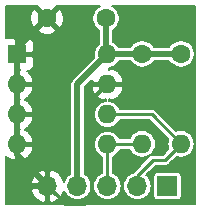
<source format=gbr>
G04 #@! TF.GenerationSoftware,KiCad,Pcbnew,(5.1.4)-1*
G04 #@! TF.CreationDate,2019-10-03T12:30:05-04:00*
G04 #@! TF.ProjectId,I2C_Breakout,4932435f-4272-4656-916b-6f75742e6b69,rev?*
G04 #@! TF.SameCoordinates,Original*
G04 #@! TF.FileFunction,Copper,L2,Bot*
G04 #@! TF.FilePolarity,Positive*
%FSLAX46Y46*%
G04 Gerber Fmt 4.6, Leading zero omitted, Abs format (unit mm)*
G04 Created by KiCad (PCBNEW (5.1.4)-1) date 2019-10-03 12:30:05*
%MOMM*%
%LPD*%
G04 APERTURE LIST*
%ADD10C,1.600000*%
%ADD11O,1.600000X1.600000*%
%ADD12R,1.600000X1.600000*%
%ADD13O,1.700000X1.700000*%
%ADD14R,1.700000X1.700000*%
%ADD15C,0.350000*%
%ADD16C,0.500000*%
%ADD17C,0.250000*%
%ADD18C,0.204000*%
G04 APERTURE END LIST*
D10*
X154100000Y-81900000D03*
X159100000Y-81900000D03*
D11*
X159220000Y-84950000D03*
X151600000Y-92570000D03*
X159220000Y-87490000D03*
X151600000Y-90030000D03*
X159220000Y-90030000D03*
X151600000Y-87490000D03*
X159220000Y-92570000D03*
D12*
X151600000Y-84950000D03*
D11*
X165450000Y-92520000D03*
D10*
X165450000Y-84900000D03*
D11*
X162150000Y-92520000D03*
D10*
X162150000Y-84900000D03*
D13*
X154140000Y-96100000D03*
X156680000Y-96100000D03*
X159220000Y-96100000D03*
X161760000Y-96100000D03*
D14*
X164300000Y-96100000D03*
D15*
X154989999Y-96949999D02*
X154140000Y-96100000D01*
X159220000Y-87490000D02*
X159210000Y-87490000D01*
X157905001Y-88794999D02*
X157905001Y-96994999D01*
X159210000Y-87490000D02*
X157905001Y-88794999D01*
X157905001Y-96994999D02*
X157300000Y-97600000D01*
X157300000Y-97600000D02*
X155640000Y-97600000D01*
X155640000Y-97600000D02*
X154989999Y-96949999D01*
D16*
X151600000Y-84950000D02*
X151600000Y-92570000D01*
X151600000Y-93500000D02*
X151600000Y-92570000D01*
X154140000Y-96100000D02*
X154140000Y-96040000D01*
X154140000Y-96040000D02*
X151600000Y-93500000D01*
X151600000Y-84400000D02*
X151600000Y-84950000D01*
X154100000Y-81900000D02*
X151600000Y-84400000D01*
D15*
X159220000Y-82020000D02*
X159100000Y-81900000D01*
X162100000Y-84950000D02*
X162150000Y-84900000D01*
D16*
X159100000Y-84830000D02*
X159220000Y-84950000D01*
X159100000Y-81900000D02*
X159100000Y-84830000D01*
X159270000Y-84900000D02*
X159220000Y-84950000D01*
X165450000Y-84900000D02*
X159270000Y-84900000D01*
X156680000Y-87490000D02*
X156680000Y-96100000D01*
X159220000Y-84950000D02*
X156680000Y-87490000D01*
D17*
X159270000Y-92520000D02*
X159220000Y-92570000D01*
X162150000Y-92520000D02*
X159270000Y-92520000D01*
X159220000Y-92570000D02*
X159220000Y-96100000D01*
X162960000Y-90030000D02*
X165450000Y-92520000D01*
X159220000Y-90030000D02*
X162960000Y-90030000D01*
X161760000Y-95240000D02*
X161760000Y-96100000D01*
X163100000Y-93900000D02*
X161760000Y-95240000D01*
X164100000Y-93900000D02*
X163100000Y-93900000D01*
X165450000Y-92520000D02*
X165450000Y-92550000D01*
X165450000Y-92550000D02*
X164100000Y-93900000D01*
D18*
G36*
X153319954Y-80904993D02*
G01*
X154100000Y-81685040D01*
X154880046Y-80904993D01*
X154871324Y-80877800D01*
X158555397Y-80877800D01*
X158553944Y-80878402D01*
X158365133Y-81004562D01*
X158204562Y-81165133D01*
X158078402Y-81353944D01*
X157991501Y-81563741D01*
X157947200Y-81786459D01*
X157947200Y-82013541D01*
X157991501Y-82236259D01*
X158078402Y-82446056D01*
X158204562Y-82634867D01*
X158365133Y-82795438D01*
X158497200Y-82883683D01*
X158497201Y-84051875D01*
X158400904Y-84130904D01*
X158256845Y-84306440D01*
X158149799Y-84506708D01*
X158083881Y-84724012D01*
X158061623Y-84950000D01*
X158083881Y-85175988D01*
X158097297Y-85220215D01*
X156274697Y-87042816D01*
X156251694Y-87061694D01*
X156176366Y-87153483D01*
X156124006Y-87251440D01*
X156120392Y-87258202D01*
X156085923Y-87371832D01*
X156074284Y-87490000D01*
X156077200Y-87519606D01*
X156077201Y-95058363D01*
X156008527Y-95095070D01*
X155825377Y-95245377D01*
X155675070Y-95428527D01*
X155563382Y-95637482D01*
X155543283Y-95703738D01*
X155449712Y-95454808D01*
X155298676Y-95211693D01*
X155103112Y-95002715D01*
X154870536Y-94835905D01*
X154609886Y-94717674D01*
X154517282Y-94689589D01*
X154292000Y-94801365D01*
X154292000Y-95948000D01*
X154312000Y-95948000D01*
X154312000Y-96252000D01*
X154292000Y-96252000D01*
X154292000Y-97398635D01*
X154517282Y-97510411D01*
X154609886Y-97482326D01*
X154870536Y-97364095D01*
X155103112Y-97197285D01*
X155298676Y-96988307D01*
X155449712Y-96745192D01*
X155543283Y-96496262D01*
X155563382Y-96562518D01*
X155675070Y-96771473D01*
X155825377Y-96954623D01*
X156008527Y-97104930D01*
X156217482Y-97216618D01*
X156444210Y-97285396D01*
X156620918Y-97302800D01*
X156739082Y-97302800D01*
X156915790Y-97285396D01*
X157142518Y-97216618D01*
X157351473Y-97104930D01*
X157534623Y-96954623D01*
X157684930Y-96771473D01*
X157796618Y-96562518D01*
X157865396Y-96335790D01*
X157888619Y-96100000D01*
X158011381Y-96100000D01*
X158034604Y-96335790D01*
X158103382Y-96562518D01*
X158215070Y-96771473D01*
X158365377Y-96954623D01*
X158548527Y-97104930D01*
X158757482Y-97216618D01*
X158984210Y-97285396D01*
X159160918Y-97302800D01*
X159279082Y-97302800D01*
X159455790Y-97285396D01*
X159682518Y-97216618D01*
X159891473Y-97104930D01*
X160074623Y-96954623D01*
X160224930Y-96771473D01*
X160336618Y-96562518D01*
X160405396Y-96335790D01*
X160428619Y-96100000D01*
X160405396Y-95864210D01*
X160336618Y-95637482D01*
X160224930Y-95428527D01*
X160074623Y-95245377D01*
X159891473Y-95095070D01*
X159697800Y-94991550D01*
X159697800Y-93621756D01*
X159863560Y-93533155D01*
X160039096Y-93389096D01*
X160183155Y-93213560D01*
X160290201Y-93013292D01*
X160294900Y-92997800D01*
X161098244Y-92997800D01*
X161186845Y-93163560D01*
X161330904Y-93339096D01*
X161506440Y-93483155D01*
X161706708Y-93590201D01*
X161924012Y-93656119D01*
X162093376Y-93672800D01*
X162206624Y-93672800D01*
X162375988Y-93656119D01*
X162593292Y-93590201D01*
X162793560Y-93483155D01*
X162969096Y-93339096D01*
X163113155Y-93163560D01*
X163220201Y-92963292D01*
X163286119Y-92745988D01*
X163308377Y-92520000D01*
X163286119Y-92294012D01*
X163220201Y-92076708D01*
X163113155Y-91876440D01*
X162969096Y-91700904D01*
X162793560Y-91556845D01*
X162593292Y-91449799D01*
X162375988Y-91383881D01*
X162206624Y-91367200D01*
X162093376Y-91367200D01*
X161924012Y-91383881D01*
X161706708Y-91449799D01*
X161506440Y-91556845D01*
X161330904Y-91700904D01*
X161186845Y-91876440D01*
X161098244Y-92042200D01*
X160245030Y-92042200D01*
X160183155Y-91926440D01*
X160039096Y-91750904D01*
X159863560Y-91606845D01*
X159663292Y-91499799D01*
X159445988Y-91433881D01*
X159276624Y-91417200D01*
X159163376Y-91417200D01*
X158994012Y-91433881D01*
X158776708Y-91499799D01*
X158576440Y-91606845D01*
X158400904Y-91750904D01*
X158256845Y-91926440D01*
X158149799Y-92126708D01*
X158083881Y-92344012D01*
X158061623Y-92570000D01*
X158083881Y-92795988D01*
X158149799Y-93013292D01*
X158256845Y-93213560D01*
X158400904Y-93389096D01*
X158576440Y-93533155D01*
X158742200Y-93621756D01*
X158742201Y-94991550D01*
X158548527Y-95095070D01*
X158365377Y-95245377D01*
X158215070Y-95428527D01*
X158103382Y-95637482D01*
X158034604Y-95864210D01*
X158011381Y-96100000D01*
X157888619Y-96100000D01*
X157865396Y-95864210D01*
X157796618Y-95637482D01*
X157684930Y-95428527D01*
X157534623Y-95245377D01*
X157351473Y-95095070D01*
X157282800Y-95058364D01*
X157282800Y-87859416D01*
X157859253Y-87859416D01*
X157883339Y-87938836D01*
X157996586Y-88190981D01*
X158156848Y-88416188D01*
X158357966Y-88605802D01*
X158592212Y-88752537D01*
X158850583Y-88850753D01*
X159067998Y-88739290D01*
X159067998Y-88886594D01*
X158994012Y-88893881D01*
X158776708Y-88959799D01*
X158576440Y-89066845D01*
X158400904Y-89210904D01*
X158256845Y-89386440D01*
X158149799Y-89586708D01*
X158083881Y-89804012D01*
X158061623Y-90030000D01*
X158083881Y-90255988D01*
X158149799Y-90473292D01*
X158256845Y-90673560D01*
X158400904Y-90849096D01*
X158576440Y-90993155D01*
X158776708Y-91100201D01*
X158994012Y-91166119D01*
X159163376Y-91182800D01*
X159276624Y-91182800D01*
X159445988Y-91166119D01*
X159663292Y-91100201D01*
X159863560Y-90993155D01*
X160039096Y-90849096D01*
X160183155Y-90673560D01*
X160271756Y-90507800D01*
X162762089Y-90507800D01*
X164368441Y-92114152D01*
X164313881Y-92294012D01*
X164291623Y-92520000D01*
X164313881Y-92745988D01*
X164375423Y-92948866D01*
X163902089Y-93422200D01*
X163123461Y-93422200D01*
X163099999Y-93419889D01*
X163076537Y-93422200D01*
X163076536Y-93422200D01*
X163006335Y-93429114D01*
X162916269Y-93456435D01*
X162833265Y-93500802D01*
X162760510Y-93560510D01*
X162745554Y-93578734D01*
X161438739Y-94885550D01*
X161420510Y-94900510D01*
X161370736Y-94961160D01*
X161297482Y-94983382D01*
X161088527Y-95095070D01*
X160905377Y-95245377D01*
X160755070Y-95428527D01*
X160643382Y-95637482D01*
X160574604Y-95864210D01*
X160551381Y-96100000D01*
X160574604Y-96335790D01*
X160643382Y-96562518D01*
X160755070Y-96771473D01*
X160905377Y-96954623D01*
X161088527Y-97104930D01*
X161297482Y-97216618D01*
X161524210Y-97285396D01*
X161700918Y-97302800D01*
X161819082Y-97302800D01*
X161995790Y-97285396D01*
X162222518Y-97216618D01*
X162431473Y-97104930D01*
X162614623Y-96954623D01*
X162764930Y-96771473D01*
X162876618Y-96562518D01*
X162945396Y-96335790D01*
X162968619Y-96100000D01*
X162945396Y-95864210D01*
X162876618Y-95637482D01*
X162764930Y-95428527D01*
X162618417Y-95250000D01*
X163095493Y-95250000D01*
X163095493Y-96950000D01*
X163102305Y-97019161D01*
X163122478Y-97085664D01*
X163155238Y-97146954D01*
X163199326Y-97200674D01*
X163253046Y-97244762D01*
X163314336Y-97277522D01*
X163380839Y-97297695D01*
X163450000Y-97304507D01*
X165150000Y-97304507D01*
X165219161Y-97297695D01*
X165285664Y-97277522D01*
X165346954Y-97244762D01*
X165400674Y-97200674D01*
X165444762Y-97146954D01*
X165477522Y-97085664D01*
X165497695Y-97019161D01*
X165504507Y-96950000D01*
X165504507Y-95250000D01*
X165497695Y-95180839D01*
X165477522Y-95114336D01*
X165444762Y-95053046D01*
X165400674Y-94999326D01*
X165346954Y-94955238D01*
X165285664Y-94922478D01*
X165219161Y-94902305D01*
X165150000Y-94895493D01*
X163450000Y-94895493D01*
X163380839Y-94902305D01*
X163314336Y-94922478D01*
X163253046Y-94955238D01*
X163199326Y-94999326D01*
X163155238Y-95053046D01*
X163122478Y-95114336D01*
X163102305Y-95180839D01*
X163095493Y-95250000D01*
X162618417Y-95250000D01*
X162614623Y-95245377D01*
X162513403Y-95162308D01*
X163297912Y-94377800D01*
X164076538Y-94377800D01*
X164100000Y-94380111D01*
X164123462Y-94377800D01*
X164123464Y-94377800D01*
X164193665Y-94370886D01*
X164283731Y-94343565D01*
X164366735Y-94299198D01*
X164439490Y-94239490D01*
X164454450Y-94221261D01*
X165067169Y-93608542D01*
X165224012Y-93656119D01*
X165393376Y-93672800D01*
X165506624Y-93672800D01*
X165675988Y-93656119D01*
X165893292Y-93590201D01*
X166093560Y-93483155D01*
X166269096Y-93339096D01*
X166413155Y-93163560D01*
X166520201Y-92963292D01*
X166586119Y-92745988D01*
X166608377Y-92520000D01*
X166586119Y-92294012D01*
X166520201Y-92076708D01*
X166413155Y-91876440D01*
X166269096Y-91700904D01*
X166093560Y-91556845D01*
X165893292Y-91449799D01*
X165675988Y-91383881D01*
X165506624Y-91367200D01*
X165393376Y-91367200D01*
X165224012Y-91383881D01*
X165044152Y-91438441D01*
X163314450Y-89708739D01*
X163299490Y-89690510D01*
X163226735Y-89630802D01*
X163143731Y-89586435D01*
X163053665Y-89559114D01*
X162983464Y-89552200D01*
X162983462Y-89552200D01*
X162960000Y-89549889D01*
X162936538Y-89552200D01*
X160271756Y-89552200D01*
X160183155Y-89386440D01*
X160039096Y-89210904D01*
X159863560Y-89066845D01*
X159663292Y-88959799D01*
X159445988Y-88893881D01*
X159372002Y-88886594D01*
X159372002Y-88739290D01*
X159589417Y-88850753D01*
X159847788Y-88752537D01*
X160082034Y-88605802D01*
X160283152Y-88416188D01*
X160443414Y-88190981D01*
X160556661Y-87938836D01*
X160580747Y-87859416D01*
X160468280Y-87642000D01*
X159372000Y-87642000D01*
X159372000Y-87662000D01*
X159068000Y-87662000D01*
X159068000Y-87642000D01*
X157971720Y-87642000D01*
X157859253Y-87859416D01*
X157282800Y-87859416D01*
X157282800Y-87739687D01*
X157873794Y-87148694D01*
X157971720Y-87338000D01*
X159068000Y-87338000D01*
X159068000Y-87318000D01*
X159372000Y-87318000D01*
X159372000Y-87338000D01*
X160468280Y-87338000D01*
X160580747Y-87120584D01*
X160556661Y-87041164D01*
X160443414Y-86789019D01*
X160283152Y-86563812D01*
X160082034Y-86374198D01*
X159847788Y-86227463D01*
X159589417Y-86129247D01*
X159372002Y-86240710D01*
X159372002Y-86093406D01*
X159445988Y-86086119D01*
X159663292Y-86020201D01*
X159863560Y-85913155D01*
X160039096Y-85769096D01*
X160183155Y-85593560D01*
X160231667Y-85502800D01*
X161166317Y-85502800D01*
X161254562Y-85634867D01*
X161415133Y-85795438D01*
X161603944Y-85921598D01*
X161813741Y-86008499D01*
X162036459Y-86052800D01*
X162263541Y-86052800D01*
X162486259Y-86008499D01*
X162696056Y-85921598D01*
X162884867Y-85795438D01*
X163045438Y-85634867D01*
X163133683Y-85502800D01*
X164466317Y-85502800D01*
X164554562Y-85634867D01*
X164715133Y-85795438D01*
X164903944Y-85921598D01*
X165113741Y-86008499D01*
X165336459Y-86052800D01*
X165563541Y-86052800D01*
X165786259Y-86008499D01*
X165996056Y-85921598D01*
X166184867Y-85795438D01*
X166345438Y-85634867D01*
X166471598Y-85446056D01*
X166558499Y-85236259D01*
X166602800Y-85013541D01*
X166602800Y-84786459D01*
X166558499Y-84563741D01*
X166471598Y-84353944D01*
X166345438Y-84165133D01*
X166184867Y-84004562D01*
X165996056Y-83878402D01*
X165786259Y-83791501D01*
X165563541Y-83747200D01*
X165336459Y-83747200D01*
X165113741Y-83791501D01*
X164903944Y-83878402D01*
X164715133Y-84004562D01*
X164554562Y-84165133D01*
X164466317Y-84297200D01*
X163133683Y-84297200D01*
X163045438Y-84165133D01*
X162884867Y-84004562D01*
X162696056Y-83878402D01*
X162486259Y-83791501D01*
X162263541Y-83747200D01*
X162036459Y-83747200D01*
X161813741Y-83791501D01*
X161603944Y-83878402D01*
X161415133Y-84004562D01*
X161254562Y-84165133D01*
X161166317Y-84297200D01*
X160175572Y-84297200D01*
X160039096Y-84130904D01*
X159863560Y-83986845D01*
X159702800Y-83900917D01*
X159702800Y-82883683D01*
X159834867Y-82795438D01*
X159995438Y-82634867D01*
X160121598Y-82446056D01*
X160208499Y-82236259D01*
X160252800Y-82013541D01*
X160252800Y-81786459D01*
X160208499Y-81563741D01*
X160121598Y-81353944D01*
X159995438Y-81165133D01*
X159834867Y-81004562D01*
X159646056Y-80878402D01*
X159644603Y-80877800D01*
X166622200Y-80877800D01*
X166622201Y-97622200D01*
X150627800Y-97622200D01*
X150627800Y-96477283D01*
X152729583Y-96477283D01*
X152830288Y-96745192D01*
X152981324Y-96988307D01*
X153176888Y-97197285D01*
X153409464Y-97364095D01*
X153670114Y-97482326D01*
X153762718Y-97510411D01*
X153988000Y-97398635D01*
X153988000Y-96252000D01*
X152840428Y-96252000D01*
X152729583Y-96477283D01*
X150627800Y-96477283D01*
X150627800Y-95722717D01*
X152729583Y-95722717D01*
X152840428Y-95948000D01*
X153988000Y-95948000D01*
X153988000Y-94801365D01*
X153762718Y-94689589D01*
X153670114Y-94717674D01*
X153409464Y-94835905D01*
X153176888Y-95002715D01*
X152981324Y-95211693D01*
X152830288Y-95454808D01*
X152729583Y-95722717D01*
X150627800Y-95722717D01*
X150627800Y-93581938D01*
X150737966Y-93685802D01*
X150972212Y-93832537D01*
X151230583Y-93930753D01*
X151448000Y-93819289D01*
X151448000Y-92722000D01*
X151752000Y-92722000D01*
X151752000Y-93819289D01*
X151969417Y-93930753D01*
X152227788Y-93832537D01*
X152462034Y-93685802D01*
X152663152Y-93496188D01*
X152823414Y-93270981D01*
X152936661Y-93018836D01*
X152960747Y-92939416D01*
X152848280Y-92722000D01*
X151752000Y-92722000D01*
X151448000Y-92722000D01*
X151428000Y-92722000D01*
X151428000Y-92418000D01*
X151448000Y-92418000D01*
X151448000Y-91320711D01*
X151407602Y-91300000D01*
X151448000Y-91279289D01*
X151448000Y-90182000D01*
X151752000Y-90182000D01*
X151752000Y-91279289D01*
X151792398Y-91300000D01*
X151752000Y-91320711D01*
X151752000Y-92418000D01*
X152848280Y-92418000D01*
X152960747Y-92200584D01*
X152936661Y-92121164D01*
X152823414Y-91869019D01*
X152663152Y-91643812D01*
X152462034Y-91454198D01*
X152227788Y-91307463D01*
X152208156Y-91300000D01*
X152227788Y-91292537D01*
X152462034Y-91145802D01*
X152663152Y-90956188D01*
X152823414Y-90730981D01*
X152936661Y-90478836D01*
X152960747Y-90399416D01*
X152848280Y-90182000D01*
X151752000Y-90182000D01*
X151448000Y-90182000D01*
X151428000Y-90182000D01*
X151428000Y-89878000D01*
X151448000Y-89878000D01*
X151448000Y-88780711D01*
X151407602Y-88760000D01*
X151448000Y-88739289D01*
X151448000Y-87642000D01*
X151752000Y-87642000D01*
X151752000Y-88739289D01*
X151792398Y-88760000D01*
X151752000Y-88780711D01*
X151752000Y-89878000D01*
X152848280Y-89878000D01*
X152960747Y-89660584D01*
X152936661Y-89581164D01*
X152823414Y-89329019D01*
X152663152Y-89103812D01*
X152462034Y-88914198D01*
X152227788Y-88767463D01*
X152208156Y-88760000D01*
X152227788Y-88752537D01*
X152462034Y-88605802D01*
X152663152Y-88416188D01*
X152823414Y-88190981D01*
X152936661Y-87938836D01*
X152960747Y-87859416D01*
X152848280Y-87642000D01*
X151752000Y-87642000D01*
X151448000Y-87642000D01*
X151428000Y-87642000D01*
X151428000Y-87338000D01*
X151448000Y-87338000D01*
X151448000Y-86240711D01*
X151426045Y-86229455D01*
X151448000Y-86207500D01*
X151448000Y-85102000D01*
X151752000Y-85102000D01*
X151752000Y-86207500D01*
X151773955Y-86229455D01*
X151752000Y-86240711D01*
X151752000Y-87338000D01*
X152848280Y-87338000D01*
X152960747Y-87120584D01*
X152936661Y-87041164D01*
X152823414Y-86789019D01*
X152663152Y-86563812D01*
X152462034Y-86374198D01*
X152438092Y-86359200D01*
X152519581Y-86351174D01*
X152634567Y-86316294D01*
X152740538Y-86259651D01*
X152833423Y-86183423D01*
X152909651Y-86090538D01*
X152966294Y-85984567D01*
X153001174Y-85869581D01*
X153012952Y-85750000D01*
X153010000Y-85254500D01*
X152857500Y-85102000D01*
X151752000Y-85102000D01*
X151448000Y-85102000D01*
X151428000Y-85102000D01*
X151428000Y-84798000D01*
X151448000Y-84798000D01*
X151448000Y-83692500D01*
X151752000Y-83692500D01*
X151752000Y-84798000D01*
X152857500Y-84798000D01*
X153010000Y-84645500D01*
X153012952Y-84150000D01*
X153001174Y-84030419D01*
X152966294Y-83915433D01*
X152909651Y-83809462D01*
X152833423Y-83716577D01*
X152740538Y-83640349D01*
X152634567Y-83583706D01*
X152519581Y-83548826D01*
X152400000Y-83537048D01*
X151904500Y-83540000D01*
X151752000Y-83692500D01*
X151448000Y-83692500D01*
X151295500Y-83540000D01*
X150800000Y-83537048D01*
X150680419Y-83548826D01*
X150627800Y-83564788D01*
X150627800Y-82895007D01*
X153319954Y-82895007D01*
X153394990Y-83128961D01*
X153648295Y-83242888D01*
X153918958Y-83305208D01*
X154196579Y-83313527D01*
X154470489Y-83267525D01*
X154730161Y-83168970D01*
X154805010Y-83128961D01*
X154880046Y-82895007D01*
X154100000Y-82114960D01*
X153319954Y-82895007D01*
X150627800Y-82895007D01*
X150627800Y-81996579D01*
X152686473Y-81996579D01*
X152732475Y-82270489D01*
X152831030Y-82530161D01*
X152871039Y-82605010D01*
X153104993Y-82680046D01*
X153885040Y-81900000D01*
X154314960Y-81900000D01*
X155095007Y-82680046D01*
X155328961Y-82605010D01*
X155442888Y-82351705D01*
X155505208Y-82081042D01*
X155513527Y-81803421D01*
X155467525Y-81529511D01*
X155368970Y-81269839D01*
X155328961Y-81194990D01*
X155095007Y-81119954D01*
X154314960Y-81900000D01*
X153885040Y-81900000D01*
X153104993Y-81119954D01*
X152871039Y-81194990D01*
X152757112Y-81448295D01*
X152694792Y-81718958D01*
X152686473Y-81996579D01*
X150627800Y-81996579D01*
X150627800Y-80877800D01*
X153328676Y-80877800D01*
X153319954Y-80904993D01*
X153319954Y-80904993D01*
G37*
X153319954Y-80904993D02*
X154100000Y-81685040D01*
X154880046Y-80904993D01*
X154871324Y-80877800D01*
X158555397Y-80877800D01*
X158553944Y-80878402D01*
X158365133Y-81004562D01*
X158204562Y-81165133D01*
X158078402Y-81353944D01*
X157991501Y-81563741D01*
X157947200Y-81786459D01*
X157947200Y-82013541D01*
X157991501Y-82236259D01*
X158078402Y-82446056D01*
X158204562Y-82634867D01*
X158365133Y-82795438D01*
X158497200Y-82883683D01*
X158497201Y-84051875D01*
X158400904Y-84130904D01*
X158256845Y-84306440D01*
X158149799Y-84506708D01*
X158083881Y-84724012D01*
X158061623Y-84950000D01*
X158083881Y-85175988D01*
X158097297Y-85220215D01*
X156274697Y-87042816D01*
X156251694Y-87061694D01*
X156176366Y-87153483D01*
X156124006Y-87251440D01*
X156120392Y-87258202D01*
X156085923Y-87371832D01*
X156074284Y-87490000D01*
X156077200Y-87519606D01*
X156077201Y-95058363D01*
X156008527Y-95095070D01*
X155825377Y-95245377D01*
X155675070Y-95428527D01*
X155563382Y-95637482D01*
X155543283Y-95703738D01*
X155449712Y-95454808D01*
X155298676Y-95211693D01*
X155103112Y-95002715D01*
X154870536Y-94835905D01*
X154609886Y-94717674D01*
X154517282Y-94689589D01*
X154292000Y-94801365D01*
X154292000Y-95948000D01*
X154312000Y-95948000D01*
X154312000Y-96252000D01*
X154292000Y-96252000D01*
X154292000Y-97398635D01*
X154517282Y-97510411D01*
X154609886Y-97482326D01*
X154870536Y-97364095D01*
X155103112Y-97197285D01*
X155298676Y-96988307D01*
X155449712Y-96745192D01*
X155543283Y-96496262D01*
X155563382Y-96562518D01*
X155675070Y-96771473D01*
X155825377Y-96954623D01*
X156008527Y-97104930D01*
X156217482Y-97216618D01*
X156444210Y-97285396D01*
X156620918Y-97302800D01*
X156739082Y-97302800D01*
X156915790Y-97285396D01*
X157142518Y-97216618D01*
X157351473Y-97104930D01*
X157534623Y-96954623D01*
X157684930Y-96771473D01*
X157796618Y-96562518D01*
X157865396Y-96335790D01*
X157888619Y-96100000D01*
X158011381Y-96100000D01*
X158034604Y-96335790D01*
X158103382Y-96562518D01*
X158215070Y-96771473D01*
X158365377Y-96954623D01*
X158548527Y-97104930D01*
X158757482Y-97216618D01*
X158984210Y-97285396D01*
X159160918Y-97302800D01*
X159279082Y-97302800D01*
X159455790Y-97285396D01*
X159682518Y-97216618D01*
X159891473Y-97104930D01*
X160074623Y-96954623D01*
X160224930Y-96771473D01*
X160336618Y-96562518D01*
X160405396Y-96335790D01*
X160428619Y-96100000D01*
X160405396Y-95864210D01*
X160336618Y-95637482D01*
X160224930Y-95428527D01*
X160074623Y-95245377D01*
X159891473Y-95095070D01*
X159697800Y-94991550D01*
X159697800Y-93621756D01*
X159863560Y-93533155D01*
X160039096Y-93389096D01*
X160183155Y-93213560D01*
X160290201Y-93013292D01*
X160294900Y-92997800D01*
X161098244Y-92997800D01*
X161186845Y-93163560D01*
X161330904Y-93339096D01*
X161506440Y-93483155D01*
X161706708Y-93590201D01*
X161924012Y-93656119D01*
X162093376Y-93672800D01*
X162206624Y-93672800D01*
X162375988Y-93656119D01*
X162593292Y-93590201D01*
X162793560Y-93483155D01*
X162969096Y-93339096D01*
X163113155Y-93163560D01*
X163220201Y-92963292D01*
X163286119Y-92745988D01*
X163308377Y-92520000D01*
X163286119Y-92294012D01*
X163220201Y-92076708D01*
X163113155Y-91876440D01*
X162969096Y-91700904D01*
X162793560Y-91556845D01*
X162593292Y-91449799D01*
X162375988Y-91383881D01*
X162206624Y-91367200D01*
X162093376Y-91367200D01*
X161924012Y-91383881D01*
X161706708Y-91449799D01*
X161506440Y-91556845D01*
X161330904Y-91700904D01*
X161186845Y-91876440D01*
X161098244Y-92042200D01*
X160245030Y-92042200D01*
X160183155Y-91926440D01*
X160039096Y-91750904D01*
X159863560Y-91606845D01*
X159663292Y-91499799D01*
X159445988Y-91433881D01*
X159276624Y-91417200D01*
X159163376Y-91417200D01*
X158994012Y-91433881D01*
X158776708Y-91499799D01*
X158576440Y-91606845D01*
X158400904Y-91750904D01*
X158256845Y-91926440D01*
X158149799Y-92126708D01*
X158083881Y-92344012D01*
X158061623Y-92570000D01*
X158083881Y-92795988D01*
X158149799Y-93013292D01*
X158256845Y-93213560D01*
X158400904Y-93389096D01*
X158576440Y-93533155D01*
X158742200Y-93621756D01*
X158742201Y-94991550D01*
X158548527Y-95095070D01*
X158365377Y-95245377D01*
X158215070Y-95428527D01*
X158103382Y-95637482D01*
X158034604Y-95864210D01*
X158011381Y-96100000D01*
X157888619Y-96100000D01*
X157865396Y-95864210D01*
X157796618Y-95637482D01*
X157684930Y-95428527D01*
X157534623Y-95245377D01*
X157351473Y-95095070D01*
X157282800Y-95058364D01*
X157282800Y-87859416D01*
X157859253Y-87859416D01*
X157883339Y-87938836D01*
X157996586Y-88190981D01*
X158156848Y-88416188D01*
X158357966Y-88605802D01*
X158592212Y-88752537D01*
X158850583Y-88850753D01*
X159067998Y-88739290D01*
X159067998Y-88886594D01*
X158994012Y-88893881D01*
X158776708Y-88959799D01*
X158576440Y-89066845D01*
X158400904Y-89210904D01*
X158256845Y-89386440D01*
X158149799Y-89586708D01*
X158083881Y-89804012D01*
X158061623Y-90030000D01*
X158083881Y-90255988D01*
X158149799Y-90473292D01*
X158256845Y-90673560D01*
X158400904Y-90849096D01*
X158576440Y-90993155D01*
X158776708Y-91100201D01*
X158994012Y-91166119D01*
X159163376Y-91182800D01*
X159276624Y-91182800D01*
X159445988Y-91166119D01*
X159663292Y-91100201D01*
X159863560Y-90993155D01*
X160039096Y-90849096D01*
X160183155Y-90673560D01*
X160271756Y-90507800D01*
X162762089Y-90507800D01*
X164368441Y-92114152D01*
X164313881Y-92294012D01*
X164291623Y-92520000D01*
X164313881Y-92745988D01*
X164375423Y-92948866D01*
X163902089Y-93422200D01*
X163123461Y-93422200D01*
X163099999Y-93419889D01*
X163076537Y-93422200D01*
X163076536Y-93422200D01*
X163006335Y-93429114D01*
X162916269Y-93456435D01*
X162833265Y-93500802D01*
X162760510Y-93560510D01*
X162745554Y-93578734D01*
X161438739Y-94885550D01*
X161420510Y-94900510D01*
X161370736Y-94961160D01*
X161297482Y-94983382D01*
X161088527Y-95095070D01*
X160905377Y-95245377D01*
X160755070Y-95428527D01*
X160643382Y-95637482D01*
X160574604Y-95864210D01*
X160551381Y-96100000D01*
X160574604Y-96335790D01*
X160643382Y-96562518D01*
X160755070Y-96771473D01*
X160905377Y-96954623D01*
X161088527Y-97104930D01*
X161297482Y-97216618D01*
X161524210Y-97285396D01*
X161700918Y-97302800D01*
X161819082Y-97302800D01*
X161995790Y-97285396D01*
X162222518Y-97216618D01*
X162431473Y-97104930D01*
X162614623Y-96954623D01*
X162764930Y-96771473D01*
X162876618Y-96562518D01*
X162945396Y-96335790D01*
X162968619Y-96100000D01*
X162945396Y-95864210D01*
X162876618Y-95637482D01*
X162764930Y-95428527D01*
X162618417Y-95250000D01*
X163095493Y-95250000D01*
X163095493Y-96950000D01*
X163102305Y-97019161D01*
X163122478Y-97085664D01*
X163155238Y-97146954D01*
X163199326Y-97200674D01*
X163253046Y-97244762D01*
X163314336Y-97277522D01*
X163380839Y-97297695D01*
X163450000Y-97304507D01*
X165150000Y-97304507D01*
X165219161Y-97297695D01*
X165285664Y-97277522D01*
X165346954Y-97244762D01*
X165400674Y-97200674D01*
X165444762Y-97146954D01*
X165477522Y-97085664D01*
X165497695Y-97019161D01*
X165504507Y-96950000D01*
X165504507Y-95250000D01*
X165497695Y-95180839D01*
X165477522Y-95114336D01*
X165444762Y-95053046D01*
X165400674Y-94999326D01*
X165346954Y-94955238D01*
X165285664Y-94922478D01*
X165219161Y-94902305D01*
X165150000Y-94895493D01*
X163450000Y-94895493D01*
X163380839Y-94902305D01*
X163314336Y-94922478D01*
X163253046Y-94955238D01*
X163199326Y-94999326D01*
X163155238Y-95053046D01*
X163122478Y-95114336D01*
X163102305Y-95180839D01*
X163095493Y-95250000D01*
X162618417Y-95250000D01*
X162614623Y-95245377D01*
X162513403Y-95162308D01*
X163297912Y-94377800D01*
X164076538Y-94377800D01*
X164100000Y-94380111D01*
X164123462Y-94377800D01*
X164123464Y-94377800D01*
X164193665Y-94370886D01*
X164283731Y-94343565D01*
X164366735Y-94299198D01*
X164439490Y-94239490D01*
X164454450Y-94221261D01*
X165067169Y-93608542D01*
X165224012Y-93656119D01*
X165393376Y-93672800D01*
X165506624Y-93672800D01*
X165675988Y-93656119D01*
X165893292Y-93590201D01*
X166093560Y-93483155D01*
X166269096Y-93339096D01*
X166413155Y-93163560D01*
X166520201Y-92963292D01*
X166586119Y-92745988D01*
X166608377Y-92520000D01*
X166586119Y-92294012D01*
X166520201Y-92076708D01*
X166413155Y-91876440D01*
X166269096Y-91700904D01*
X166093560Y-91556845D01*
X165893292Y-91449799D01*
X165675988Y-91383881D01*
X165506624Y-91367200D01*
X165393376Y-91367200D01*
X165224012Y-91383881D01*
X165044152Y-91438441D01*
X163314450Y-89708739D01*
X163299490Y-89690510D01*
X163226735Y-89630802D01*
X163143731Y-89586435D01*
X163053665Y-89559114D01*
X162983464Y-89552200D01*
X162983462Y-89552200D01*
X162960000Y-89549889D01*
X162936538Y-89552200D01*
X160271756Y-89552200D01*
X160183155Y-89386440D01*
X160039096Y-89210904D01*
X159863560Y-89066845D01*
X159663292Y-88959799D01*
X159445988Y-88893881D01*
X159372002Y-88886594D01*
X159372002Y-88739290D01*
X159589417Y-88850753D01*
X159847788Y-88752537D01*
X160082034Y-88605802D01*
X160283152Y-88416188D01*
X160443414Y-88190981D01*
X160556661Y-87938836D01*
X160580747Y-87859416D01*
X160468280Y-87642000D01*
X159372000Y-87642000D01*
X159372000Y-87662000D01*
X159068000Y-87662000D01*
X159068000Y-87642000D01*
X157971720Y-87642000D01*
X157859253Y-87859416D01*
X157282800Y-87859416D01*
X157282800Y-87739687D01*
X157873794Y-87148694D01*
X157971720Y-87338000D01*
X159068000Y-87338000D01*
X159068000Y-87318000D01*
X159372000Y-87318000D01*
X159372000Y-87338000D01*
X160468280Y-87338000D01*
X160580747Y-87120584D01*
X160556661Y-87041164D01*
X160443414Y-86789019D01*
X160283152Y-86563812D01*
X160082034Y-86374198D01*
X159847788Y-86227463D01*
X159589417Y-86129247D01*
X159372002Y-86240710D01*
X159372002Y-86093406D01*
X159445988Y-86086119D01*
X159663292Y-86020201D01*
X159863560Y-85913155D01*
X160039096Y-85769096D01*
X160183155Y-85593560D01*
X160231667Y-85502800D01*
X161166317Y-85502800D01*
X161254562Y-85634867D01*
X161415133Y-85795438D01*
X161603944Y-85921598D01*
X161813741Y-86008499D01*
X162036459Y-86052800D01*
X162263541Y-86052800D01*
X162486259Y-86008499D01*
X162696056Y-85921598D01*
X162884867Y-85795438D01*
X163045438Y-85634867D01*
X163133683Y-85502800D01*
X164466317Y-85502800D01*
X164554562Y-85634867D01*
X164715133Y-85795438D01*
X164903944Y-85921598D01*
X165113741Y-86008499D01*
X165336459Y-86052800D01*
X165563541Y-86052800D01*
X165786259Y-86008499D01*
X165996056Y-85921598D01*
X166184867Y-85795438D01*
X166345438Y-85634867D01*
X166471598Y-85446056D01*
X166558499Y-85236259D01*
X166602800Y-85013541D01*
X166602800Y-84786459D01*
X166558499Y-84563741D01*
X166471598Y-84353944D01*
X166345438Y-84165133D01*
X166184867Y-84004562D01*
X165996056Y-83878402D01*
X165786259Y-83791501D01*
X165563541Y-83747200D01*
X165336459Y-83747200D01*
X165113741Y-83791501D01*
X164903944Y-83878402D01*
X164715133Y-84004562D01*
X164554562Y-84165133D01*
X164466317Y-84297200D01*
X163133683Y-84297200D01*
X163045438Y-84165133D01*
X162884867Y-84004562D01*
X162696056Y-83878402D01*
X162486259Y-83791501D01*
X162263541Y-83747200D01*
X162036459Y-83747200D01*
X161813741Y-83791501D01*
X161603944Y-83878402D01*
X161415133Y-84004562D01*
X161254562Y-84165133D01*
X161166317Y-84297200D01*
X160175572Y-84297200D01*
X160039096Y-84130904D01*
X159863560Y-83986845D01*
X159702800Y-83900917D01*
X159702800Y-82883683D01*
X159834867Y-82795438D01*
X159995438Y-82634867D01*
X160121598Y-82446056D01*
X160208499Y-82236259D01*
X160252800Y-82013541D01*
X160252800Y-81786459D01*
X160208499Y-81563741D01*
X160121598Y-81353944D01*
X159995438Y-81165133D01*
X159834867Y-81004562D01*
X159646056Y-80878402D01*
X159644603Y-80877800D01*
X166622200Y-80877800D01*
X166622201Y-97622200D01*
X150627800Y-97622200D01*
X150627800Y-96477283D01*
X152729583Y-96477283D01*
X152830288Y-96745192D01*
X152981324Y-96988307D01*
X153176888Y-97197285D01*
X153409464Y-97364095D01*
X153670114Y-97482326D01*
X153762718Y-97510411D01*
X153988000Y-97398635D01*
X153988000Y-96252000D01*
X152840428Y-96252000D01*
X152729583Y-96477283D01*
X150627800Y-96477283D01*
X150627800Y-95722717D01*
X152729583Y-95722717D01*
X152840428Y-95948000D01*
X153988000Y-95948000D01*
X153988000Y-94801365D01*
X153762718Y-94689589D01*
X153670114Y-94717674D01*
X153409464Y-94835905D01*
X153176888Y-95002715D01*
X152981324Y-95211693D01*
X152830288Y-95454808D01*
X152729583Y-95722717D01*
X150627800Y-95722717D01*
X150627800Y-93581938D01*
X150737966Y-93685802D01*
X150972212Y-93832537D01*
X151230583Y-93930753D01*
X151448000Y-93819289D01*
X151448000Y-92722000D01*
X151752000Y-92722000D01*
X151752000Y-93819289D01*
X151969417Y-93930753D01*
X152227788Y-93832537D01*
X152462034Y-93685802D01*
X152663152Y-93496188D01*
X152823414Y-93270981D01*
X152936661Y-93018836D01*
X152960747Y-92939416D01*
X152848280Y-92722000D01*
X151752000Y-92722000D01*
X151448000Y-92722000D01*
X151428000Y-92722000D01*
X151428000Y-92418000D01*
X151448000Y-92418000D01*
X151448000Y-91320711D01*
X151407602Y-91300000D01*
X151448000Y-91279289D01*
X151448000Y-90182000D01*
X151752000Y-90182000D01*
X151752000Y-91279289D01*
X151792398Y-91300000D01*
X151752000Y-91320711D01*
X151752000Y-92418000D01*
X152848280Y-92418000D01*
X152960747Y-92200584D01*
X152936661Y-92121164D01*
X152823414Y-91869019D01*
X152663152Y-91643812D01*
X152462034Y-91454198D01*
X152227788Y-91307463D01*
X152208156Y-91300000D01*
X152227788Y-91292537D01*
X152462034Y-91145802D01*
X152663152Y-90956188D01*
X152823414Y-90730981D01*
X152936661Y-90478836D01*
X152960747Y-90399416D01*
X152848280Y-90182000D01*
X151752000Y-90182000D01*
X151448000Y-90182000D01*
X151428000Y-90182000D01*
X151428000Y-89878000D01*
X151448000Y-89878000D01*
X151448000Y-88780711D01*
X151407602Y-88760000D01*
X151448000Y-88739289D01*
X151448000Y-87642000D01*
X151752000Y-87642000D01*
X151752000Y-88739289D01*
X151792398Y-88760000D01*
X151752000Y-88780711D01*
X151752000Y-89878000D01*
X152848280Y-89878000D01*
X152960747Y-89660584D01*
X152936661Y-89581164D01*
X152823414Y-89329019D01*
X152663152Y-89103812D01*
X152462034Y-88914198D01*
X152227788Y-88767463D01*
X152208156Y-88760000D01*
X152227788Y-88752537D01*
X152462034Y-88605802D01*
X152663152Y-88416188D01*
X152823414Y-88190981D01*
X152936661Y-87938836D01*
X152960747Y-87859416D01*
X152848280Y-87642000D01*
X151752000Y-87642000D01*
X151448000Y-87642000D01*
X151428000Y-87642000D01*
X151428000Y-87338000D01*
X151448000Y-87338000D01*
X151448000Y-86240711D01*
X151426045Y-86229455D01*
X151448000Y-86207500D01*
X151448000Y-85102000D01*
X151752000Y-85102000D01*
X151752000Y-86207500D01*
X151773955Y-86229455D01*
X151752000Y-86240711D01*
X151752000Y-87338000D01*
X152848280Y-87338000D01*
X152960747Y-87120584D01*
X152936661Y-87041164D01*
X152823414Y-86789019D01*
X152663152Y-86563812D01*
X152462034Y-86374198D01*
X152438092Y-86359200D01*
X152519581Y-86351174D01*
X152634567Y-86316294D01*
X152740538Y-86259651D01*
X152833423Y-86183423D01*
X152909651Y-86090538D01*
X152966294Y-85984567D01*
X153001174Y-85869581D01*
X153012952Y-85750000D01*
X153010000Y-85254500D01*
X152857500Y-85102000D01*
X151752000Y-85102000D01*
X151448000Y-85102000D01*
X151428000Y-85102000D01*
X151428000Y-84798000D01*
X151448000Y-84798000D01*
X151448000Y-83692500D01*
X151752000Y-83692500D01*
X151752000Y-84798000D01*
X152857500Y-84798000D01*
X153010000Y-84645500D01*
X153012952Y-84150000D01*
X153001174Y-84030419D01*
X152966294Y-83915433D01*
X152909651Y-83809462D01*
X152833423Y-83716577D01*
X152740538Y-83640349D01*
X152634567Y-83583706D01*
X152519581Y-83548826D01*
X152400000Y-83537048D01*
X151904500Y-83540000D01*
X151752000Y-83692500D01*
X151448000Y-83692500D01*
X151295500Y-83540000D01*
X150800000Y-83537048D01*
X150680419Y-83548826D01*
X150627800Y-83564788D01*
X150627800Y-82895007D01*
X153319954Y-82895007D01*
X153394990Y-83128961D01*
X153648295Y-83242888D01*
X153918958Y-83305208D01*
X154196579Y-83313527D01*
X154470489Y-83267525D01*
X154730161Y-83168970D01*
X154805010Y-83128961D01*
X154880046Y-82895007D01*
X154100000Y-82114960D01*
X153319954Y-82895007D01*
X150627800Y-82895007D01*
X150627800Y-81996579D01*
X152686473Y-81996579D01*
X152732475Y-82270489D01*
X152831030Y-82530161D01*
X152871039Y-82605010D01*
X153104993Y-82680046D01*
X153885040Y-81900000D01*
X154314960Y-81900000D01*
X155095007Y-82680046D01*
X155328961Y-82605010D01*
X155442888Y-82351705D01*
X155505208Y-82081042D01*
X155513527Y-81803421D01*
X155467525Y-81529511D01*
X155368970Y-81269839D01*
X155328961Y-81194990D01*
X155095007Y-81119954D01*
X154314960Y-81900000D01*
X153885040Y-81900000D01*
X153104993Y-81119954D01*
X152871039Y-81194990D01*
X152757112Y-81448295D01*
X152694792Y-81718958D01*
X152686473Y-81996579D01*
X150627800Y-81996579D01*
X150627800Y-80877800D01*
X153328676Y-80877800D01*
X153319954Y-80904993D01*
M02*

</source>
